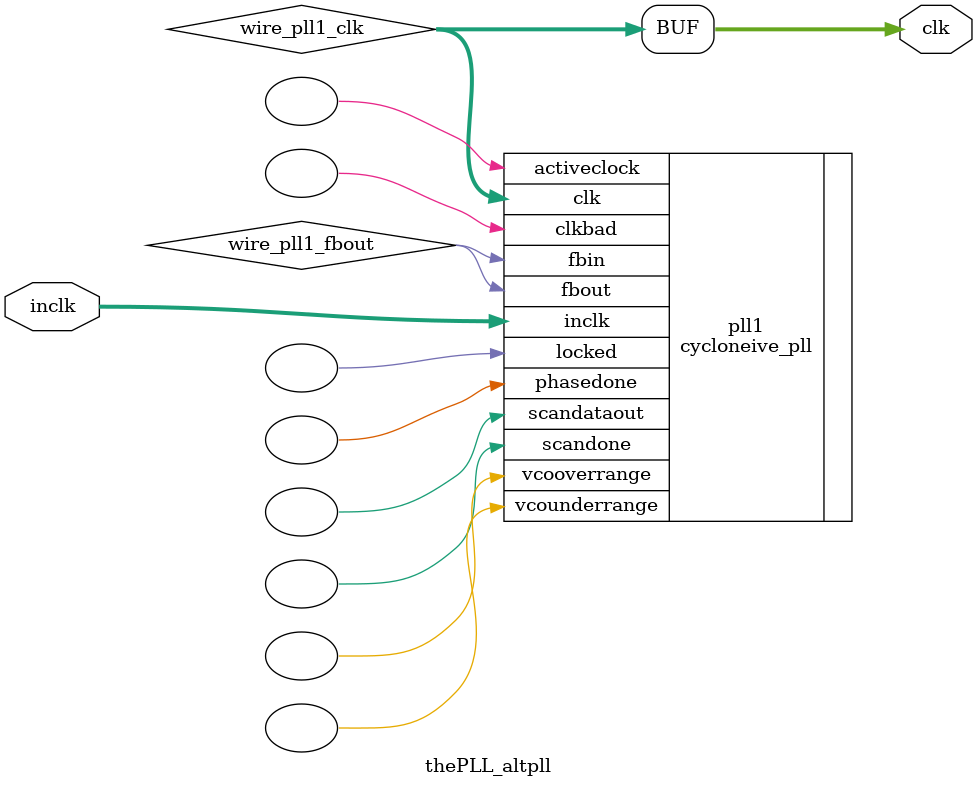
<source format=v>






//synthesis_resources = cycloneive_pll 1 
//synopsys translate_off
`timescale 1 ps / 1 ps
//synopsys translate_on
module  thePLL_altpll
	( 
	clk,
	inclk) /* synthesis synthesis_clearbox=1 */;
	output   [4:0]  clk;
	input   [1:0]  inclk;
`ifndef ALTERA_RESERVED_QIS
// synopsys translate_off
`endif
	tri0   [1:0]  inclk;
`ifndef ALTERA_RESERVED_QIS
// synopsys translate_on
`endif

	wire  [4:0]   wire_pll1_clk;
	wire  wire_pll1_fbout;

	cycloneive_pll   pll1
	( 
	.activeclock(),
	.clk(wire_pll1_clk),
	.clkbad(),
	.fbin(wire_pll1_fbout),
	.fbout(wire_pll1_fbout),
	.inclk(inclk),
	.locked(),
	.phasedone(),
	.scandataout(),
	.scandone(),
	.vcooverrange(),
	.vcounderrange()
	`ifndef FORMAL_VERIFICATION
	// synopsys translate_off
	`endif
	,
	.areset(1'b0),
	.clkswitch(1'b0),
	.configupdate(1'b0),
	.pfdena(1'b1),
	.phasecounterselect({3{1'b0}}),
	.phasestep(1'b0),
	.phaseupdown(1'b0),
	.scanclk(1'b0),
	.scanclkena(1'b1),
	.scandata(1'b0)
	`ifndef FORMAL_VERIFICATION
	// synopsys translate_on
	`endif
	);
	defparam
		pll1.bandwidth_type = "auto",
		pll1.clk0_divide_by = 25,
		pll1.clk0_duty_cycle = 50,
		pll1.clk0_multiply_by = 12,
		pll1.clk0_phase_shift = "0",
		pll1.clk1_divide_by = 2,
		pll1.clk1_duty_cycle = 50,
		pll1.clk1_multiply_by = 1,
		pll1.clk1_phase_shift = "0",
		pll1.clk2_divide_by = 1,
		pll1.clk2_duty_cycle = 50,
		pll1.clk2_multiply_by = 1,
		pll1.clk2_phase_shift = "0",
		pll1.compensate_clock = "clk0",
		pll1.inclk0_input_frequency = 20000,
		pll1.operation_mode = "normal",
		pll1.pll_type = "auto",
		pll1.lpm_type = "cycloneive_pll";
	assign
		clk = {wire_pll1_clk[4:0]};
endmodule //thePLL_altpll
//VALID FILE

</source>
